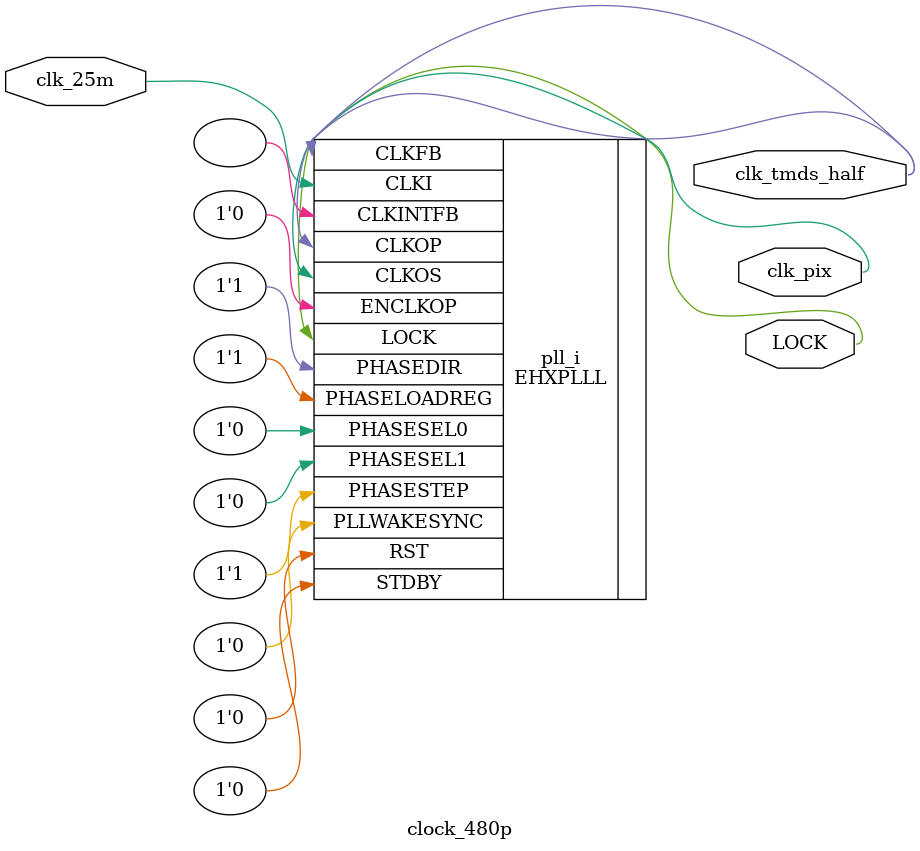
<source format=v>
module clock_480p
(
    input clk_25m, // 25 MHz, 0 deg
    output clk_tmds_half, // 125 MHz, 0 deg
    output clk_pix, // 25 MHz, 0 deg
    output LOCK
);
(* FREQUENCY_PIN_CLKI="25" *)
(* FREQUENCY_PIN_CLKOP="125" *)
(* FREQUENCY_PIN_CLKOS="25" *)
(* ICP_CURRENT="12" *) (* LPF_RESISTOR="8" *) (* MFG_ENABLE_FILTEROPAMP="1" *) (* MFG_GMCREF_SEL="2" *)
EHXPLLL #(
        .PLLRST_ENA("DISABLED"),
        .INTFB_WAKE("DISABLED"),
        .STDBY_ENABLE("DISABLED"),
        .DPHASE_SOURCE("DISABLED"),
        .OUTDIVIDER_MUXA("DIVA"),
        .OUTDIVIDER_MUXB("DIVB"),
        .OUTDIVIDER_MUXC("DIVC"),
        .OUTDIVIDER_MUXD("DIVD"),
        .CLKI_DIV(1),
        .CLKOP_ENABLE("ENABLED"),
        .CLKOP_DIV(5),
        .CLKOP_CPHASE(2),
        .CLKOP_FPHASE(0),
        .CLKOS_ENABLE("ENABLED"),
        .CLKOS_DIV(25),
        .CLKOS_CPHASE(2),
        .CLKOS_FPHASE(0),
        .FEEDBK_PATH("CLKOP"),
        .CLKFB_DIV(5)
    ) pll_i (
        .RST(1'b0),
        .STDBY(1'b0),
        .CLKI(clk_25m),
        .CLKOP(clk_tmds_half),
        .CLKOS(clk_pix),
        .CLKFB(clk_tmds_half),
        .CLKINTFB(),
        .PHASESEL0(1'b0),
        .PHASESEL1(1'b0),
        .PHASEDIR(1'b1),
        .PHASESTEP(1'b1),
        .PHASELOADREG(1'b1),
        .PLLWAKESYNC(1'b0),
        .ENCLKOP(1'b0),
        .LOCK(LOCK)
	);
endmodule

</source>
